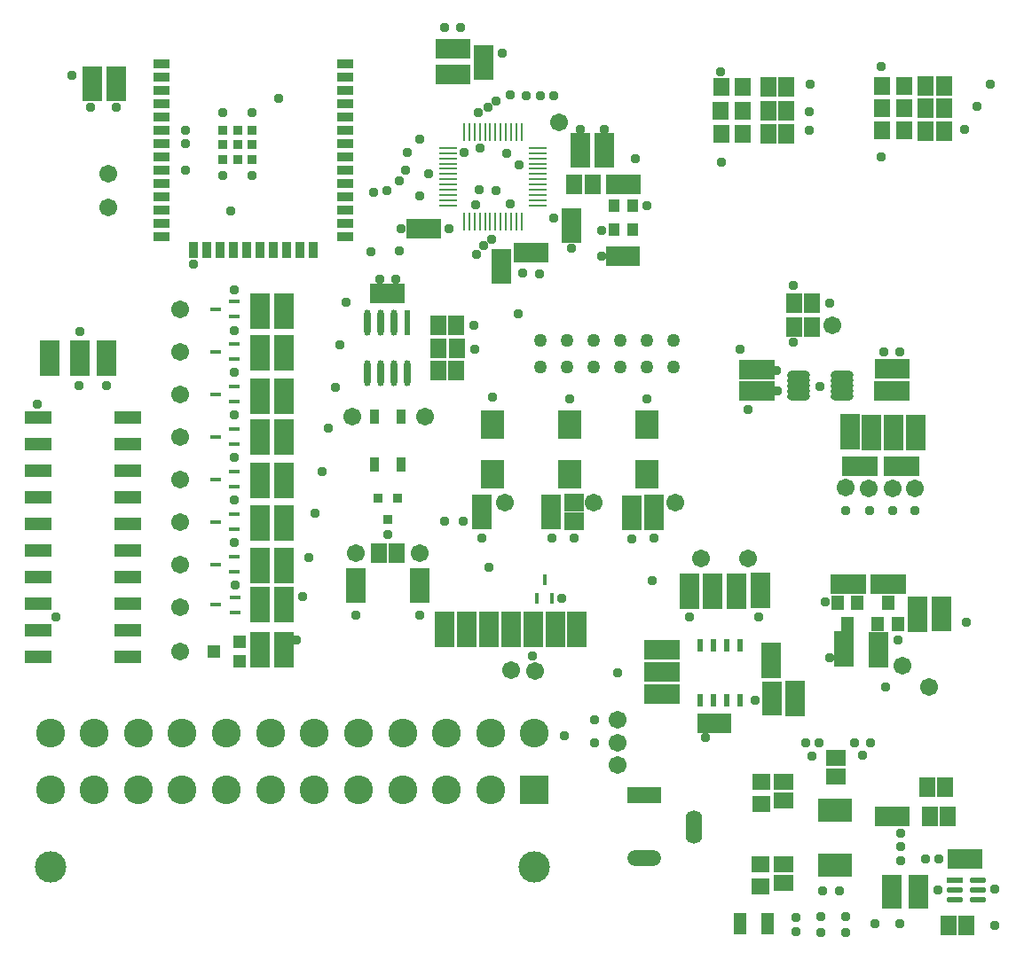
<source format=gts>
G04*
G04 #@! TF.GenerationSoftware,Altium Limited,Altium Designer,24.6.1 (21)*
G04*
G04 Layer_Color=8388736*
%FSLAX44Y44*%
%MOMM*%
G71*
G04*
G04 #@! TF.SameCoordinates,533720E8-7120-4541-8755-C975A74632B4*
G04*
G04*
G04 #@! TF.FilePolarity,Negative*
G04*
G01*
G75*
%ADD19R,1.6080X1.8080*%
%ADD20R,0.2794X1.7780*%
%ADD21R,1.7780X0.2794*%
%ADD22O,2.2080X0.8080*%
%ADD23R,0.9000X0.9000*%
%ADD24R,0.9000X1.5000*%
%ADD25R,1.5000X0.9000*%
%ADD26R,1.8580X1.7080*%
%ADD27R,2.5654X1.2700*%
%ADD28R,1.7080X1.8580*%
%ADD29R,1.8080X1.9580*%
%ADD30R,0.9000X1.3500*%
%ADD31R,1.9580X1.8080*%
%ADD32R,1.6080X1.9580*%
%ADD33R,1.9580X1.6080*%
%ADD34R,1.1430X2.0320*%
%ADD35R,3.3000X2.3000*%
%ADD36R,1.1176X0.4572*%
G04:AMPARAMS|DCode=37|XSize=1.5544mm|YSize=0.5721mm|CornerRadius=0.2861mm|HoleSize=0mm|Usage=FLASHONLY|Rotation=0.000|XOffset=0mm|YOffset=0mm|HoleType=Round|Shape=RoundedRectangle|*
%AMROUNDEDRECTD37*
21,1,1.5544,0.0000,0,0,0.0*
21,1,0.9823,0.5721,0,0,0.0*
1,1,0.5721,0.4911,0.0000*
1,1,0.5721,-0.4911,0.0000*
1,1,0.5721,-0.4911,0.0000*
1,1,0.5721,0.4911,0.0000*
%
%ADD37ROUNDEDRECTD37*%
%ADD38R,1.5544X0.5721*%
%ADD39R,0.4572X1.1176*%
%ADD40R,2.2000X2.8000*%
%ADD41R,0.8500X0.8500*%
%ADD42R,0.6221X2.4692*%
G04:AMPARAMS|DCode=43|XSize=2.4692mm|YSize=0.6221mm|CornerRadius=0.3111mm|HoleSize=0mm|Usage=FLASHONLY|Rotation=270.000|XOffset=0mm|YOffset=0mm|HoleType=Round|Shape=RoundedRectangle|*
%AMROUNDEDRECTD43*
21,1,2.4692,0.0000,0,0,270.0*
21,1,1.8470,0.6221,0,0,270.0*
1,1,0.6221,0.0000,-0.9235*
1,1,0.6221,0.0000,0.9235*
1,1,0.6221,0.0000,0.9235*
1,1,0.6221,0.0000,-0.9235*
%
%ADD43ROUNDEDRECTD43*%
%ADD44R,1.0500X1.3000*%
%ADD45R,1.8080X1.6080*%
%ADD46R,0.4826X1.2573*%
%ADD47R,1.3080X1.4080*%
%ADD48R,1.3080X1.3080*%
%ADD49C,1.7080*%
%ADD50C,2.7500*%
%ADD51R,2.7500X2.7500*%
%ADD52C,3.0000*%
%ADD53C,1.2700*%
%ADD54R,3.2000X1.6000*%
G04:AMPARAMS|DCode=55|XSize=3.2mm|YSize=1.6mm|CornerRadius=0.8mm|HoleSize=0mm|Usage=FLASHONLY|Rotation=180.000|XOffset=0mm|YOffset=0mm|HoleType=Round|Shape=RoundedRectangle|*
%AMROUNDEDRECTD55*
21,1,3.2000,0.0000,0,0,180.0*
21,1,1.6000,1.6000,0,0,180.0*
1,1,1.6000,-0.8000,0.0000*
1,1,1.6000,0.8000,0.0000*
1,1,1.6000,0.8000,0.0000*
1,1,1.6000,-0.8000,0.0000*
%
%ADD55ROUNDEDRECTD55*%
G04:AMPARAMS|DCode=56|XSize=1.6mm|YSize=3.2mm|CornerRadius=0.8mm|HoleSize=0mm|Usage=FLASHONLY|Rotation=180.000|XOffset=0mm|YOffset=0mm|HoleType=Round|Shape=RoundedRectangle|*
%AMROUNDEDRECTD56*
21,1,1.6000,1.6000,0,0,180.0*
21,1,0.0000,3.2000,0,0,180.0*
1,1,1.6000,0.0000,0.8000*
1,1,1.6000,0.0000,0.8000*
1,1,1.6000,0.0000,-0.8000*
1,1,1.6000,0.0000,-0.8000*
%
%ADD56ROUNDEDRECTD56*%
%ADD57C,0.9580*%
D19*
X1455912Y1029186D02*
D03*
X1476912D02*
D03*
X1476912Y1073579D02*
D03*
X1455912D02*
D03*
X1476789Y1051329D02*
D03*
X1455789D02*
D03*
X1630512Y1032087D02*
D03*
X1609512D02*
D03*
X1630512Y1053486D02*
D03*
X1609512D02*
D03*
X1630512Y1074829D02*
D03*
X1609512D02*
D03*
D20*
X1265750Y945388D02*
D03*
X1260750D02*
D03*
X1255750D02*
D03*
X1250750D02*
D03*
X1245750D02*
D03*
X1240750D02*
D03*
X1235750D02*
D03*
X1230750D02*
D03*
X1225750D02*
D03*
X1220750D02*
D03*
X1215750D02*
D03*
X1210750D02*
D03*
Y1030732D02*
D03*
X1215750D02*
D03*
X1220750D02*
D03*
X1225750D02*
D03*
X1230750D02*
D03*
X1235750D02*
D03*
X1240750D02*
D03*
X1245750D02*
D03*
X1250750D02*
D03*
X1255750D02*
D03*
X1260750D02*
D03*
X1265750D02*
D03*
D21*
X1195578Y960560D02*
D03*
Y965560D02*
D03*
Y970560D02*
D03*
Y975560D02*
D03*
Y980560D02*
D03*
Y985560D02*
D03*
Y990560D02*
D03*
Y995560D02*
D03*
Y1000560D02*
D03*
Y1005560D02*
D03*
Y1010560D02*
D03*
Y1015560D02*
D03*
X1280922D02*
D03*
Y1010560D02*
D03*
Y1005560D02*
D03*
Y1000560D02*
D03*
Y995560D02*
D03*
Y990560D02*
D03*
Y985560D02*
D03*
Y980560D02*
D03*
Y975560D02*
D03*
Y970560D02*
D03*
Y965560D02*
D03*
Y960560D02*
D03*
D22*
X1530170Y798670D02*
D03*
Y793670D02*
D03*
Y788670D02*
D03*
Y783670D02*
D03*
X1571170Y798670D02*
D03*
Y793670D02*
D03*
Y778670D02*
D03*
Y783670D02*
D03*
Y788670D02*
D03*
X1530170Y778670D02*
D03*
D23*
X1008650Y1004610D02*
D03*
X994650D02*
D03*
X980650D02*
D03*
X1008650Y1018610D02*
D03*
X994650D02*
D03*
X980650D02*
D03*
X1008650Y1032610D02*
D03*
X994650D02*
D03*
X980650D02*
D03*
D24*
X1066800Y918210D02*
D03*
X1054100D02*
D03*
X1041400D02*
D03*
X1028700D02*
D03*
X1016000D02*
D03*
X1003300D02*
D03*
X990600D02*
D03*
X977900D02*
D03*
X965200D02*
D03*
X952500D02*
D03*
D25*
X1097150Y1095810D02*
D03*
Y1083110D02*
D03*
Y1070410D02*
D03*
Y1057710D02*
D03*
Y1045010D02*
D03*
Y1032310D02*
D03*
Y1019610D02*
D03*
Y1006910D02*
D03*
Y994210D02*
D03*
Y981510D02*
D03*
Y968810D02*
D03*
Y956110D02*
D03*
Y943410D02*
D03*
Y930710D02*
D03*
X922150D02*
D03*
Y943410D02*
D03*
Y956110D02*
D03*
Y968810D02*
D03*
Y981510D02*
D03*
Y994210D02*
D03*
Y1006910D02*
D03*
Y1019610D02*
D03*
Y1032310D02*
D03*
Y1045010D02*
D03*
Y1057710D02*
D03*
Y1070410D02*
D03*
Y1083110D02*
D03*
Y1095810D02*
D03*
D26*
X1599309Y735419D02*
D03*
Y752419D02*
D03*
X1578859Y735955D02*
D03*
Y752955D02*
D03*
X1641732Y735342D02*
D03*
Y752342D02*
D03*
X1620448Y735342D02*
D03*
Y752342D02*
D03*
X1606489Y527416D02*
D03*
Y544416D02*
D03*
X1016000Y587620D02*
D03*
Y570620D02*
D03*
X1038860Y625330D02*
D03*
Y608330D02*
D03*
X1016000Y665671D02*
D03*
Y648671D02*
D03*
X1038860Y665671D02*
D03*
Y648671D02*
D03*
X1016000Y608330D02*
D03*
Y625330D02*
D03*
X1038860Y706120D02*
D03*
Y689120D02*
D03*
X1016000Y706120D02*
D03*
Y689120D02*
D03*
X1038860Y747640D02*
D03*
Y730640D02*
D03*
Y587620D02*
D03*
Y570620D02*
D03*
X1016000Y747640D02*
D03*
Y730640D02*
D03*
X1038860Y544882D02*
D03*
Y527882D02*
D03*
X1016000Y544882D02*
D03*
Y527882D02*
D03*
X1038860Y867931D02*
D03*
Y850931D02*
D03*
Y828035D02*
D03*
Y811035D02*
D03*
X1016000Y828035D02*
D03*
Y811035D02*
D03*
Y867931D02*
D03*
Y850931D02*
D03*
Y786620D02*
D03*
Y769620D02*
D03*
X1038860Y786620D02*
D03*
Y769620D02*
D03*
X1276604Y564453D02*
D03*
Y547453D02*
D03*
X1255714Y564453D02*
D03*
Y547453D02*
D03*
X1234580Y564372D02*
D03*
Y547372D02*
D03*
X1213609Y564453D02*
D03*
Y547453D02*
D03*
X1192148Y564454D02*
D03*
Y547453D02*
D03*
X1318386Y547331D02*
D03*
Y564331D02*
D03*
X1297724Y547365D02*
D03*
Y564366D02*
D03*
X1392341Y659002D02*
D03*
Y676002D02*
D03*
X1315668Y659392D02*
D03*
Y676392D02*
D03*
X1526618Y481128D02*
D03*
Y498128D02*
D03*
X1573530Y528710D02*
D03*
Y545710D02*
D03*
X1643380Y561730D02*
D03*
Y578730D02*
D03*
X1503680Y534280D02*
D03*
Y517280D02*
D03*
X1470660Y600710D02*
D03*
Y583710D02*
D03*
X1426210Y600710D02*
D03*
Y583710D02*
D03*
X1447800Y583320D02*
D03*
Y600320D02*
D03*
X1493520Y584200D02*
D03*
Y601200D02*
D03*
X815340Y823450D02*
D03*
Y806450D02*
D03*
X870010Y823450D02*
D03*
Y806450D02*
D03*
X844035Y823450D02*
D03*
Y806450D02*
D03*
D27*
X804090Y529590D02*
D03*
Y554990D02*
D03*
Y580390D02*
D03*
Y605790D02*
D03*
Y631190D02*
D03*
Y656590D02*
D03*
Y681990D02*
D03*
Y707390D02*
D03*
Y732790D02*
D03*
Y758190D02*
D03*
X890090D02*
D03*
Y732790D02*
D03*
Y707390D02*
D03*
Y681990D02*
D03*
Y656590D02*
D03*
Y631190D02*
D03*
Y605790D02*
D03*
Y580390D02*
D03*
Y554990D02*
D03*
Y529590D02*
D03*
D28*
X1580270Y711200D02*
D03*
X1597270D02*
D03*
X1619640D02*
D03*
X1636640D02*
D03*
X1498600Y803910D02*
D03*
X1481600D02*
D03*
X1498706Y783072D02*
D03*
X1481706D02*
D03*
X1610750Y783590D02*
D03*
X1627750D02*
D03*
X1585586Y598890D02*
D03*
X1568586D02*
D03*
X1391040Y494030D02*
D03*
X1408040D02*
D03*
X1391040Y514740D02*
D03*
X1408040D02*
D03*
Y535940D02*
D03*
X1391040D02*
D03*
X1606686Y598890D02*
D03*
X1623686D02*
D03*
D29*
X1145920Y876300D02*
D03*
X1129920D02*
D03*
X1370370Y911869D02*
D03*
X1354370D02*
D03*
X1627250Y377190D02*
D03*
X1611250D02*
D03*
X1611358Y804780D02*
D03*
X1627358D02*
D03*
X1370710Y980440D02*
D03*
X1354710D02*
D03*
X1164210Y938530D02*
D03*
X1180210D02*
D03*
X1267080Y915670D02*
D03*
X1283080D02*
D03*
X1208530Y1109980D02*
D03*
X1192530D02*
D03*
X1208150Y1085850D02*
D03*
X1192150D02*
D03*
X1697084Y336467D02*
D03*
X1681084D02*
D03*
X1441541Y465797D02*
D03*
X1457540D02*
D03*
D30*
X1150706Y758729D02*
D03*
X1125706D02*
D03*
Y713229D02*
D03*
X1150706D02*
D03*
D31*
X1322070Y1021460D02*
D03*
Y1005460D02*
D03*
X878576Y1068960D02*
D03*
Y1084960D02*
D03*
X855980Y1068960D02*
D03*
Y1084960D02*
D03*
X1370813Y659409D02*
D03*
Y675409D02*
D03*
X1294130Y660020D02*
D03*
Y676020D02*
D03*
X1228090Y659640D02*
D03*
Y675640D02*
D03*
X1168543Y589800D02*
D03*
Y605800D02*
D03*
X1107777Y589790D02*
D03*
Y605790D02*
D03*
X1246221Y894134D02*
D03*
Y910134D02*
D03*
X1229360Y1105280D02*
D03*
Y1089280D02*
D03*
X1344930Y1005460D02*
D03*
Y1021460D02*
D03*
X1313180Y933070D02*
D03*
Y949070D02*
D03*
X1504406Y481628D02*
D03*
Y497628D02*
D03*
X1666240Y562230D02*
D03*
Y578230D02*
D03*
X1618836Y297087D02*
D03*
Y313087D02*
D03*
X1644027Y297087D02*
D03*
Y313087D02*
D03*
D32*
X1672730Y273050D02*
D03*
X1690230D02*
D03*
X1146706Y628650D02*
D03*
X1129206D02*
D03*
X1186109Y824310D02*
D03*
X1203609D02*
D03*
X1185969Y802720D02*
D03*
X1203469D02*
D03*
X1203497Y846531D02*
D03*
X1185997D02*
D03*
X1525550Y867410D02*
D03*
X1543050D02*
D03*
X1542910Y844277D02*
D03*
X1525410D02*
D03*
X1500812Y1073579D02*
D03*
X1518312D02*
D03*
X1500812Y1050986D02*
D03*
X1518312D02*
D03*
X1500786Y1029382D02*
D03*
X1518286D02*
D03*
X1651298Y1031686D02*
D03*
X1668798D02*
D03*
X1651339Y1053544D02*
D03*
X1668839D02*
D03*
X1651230Y1074649D02*
D03*
X1668730D02*
D03*
X1333360Y980440D02*
D03*
X1315860D02*
D03*
X1672450Y377190D02*
D03*
X1654950D02*
D03*
X1669910Y405130D02*
D03*
X1652410D02*
D03*
D33*
X1565910Y432930D02*
D03*
Y415430D02*
D03*
X1515474Y409871D02*
D03*
Y392371D02*
D03*
Y331418D02*
D03*
Y313918D02*
D03*
D34*
X1473835Y274320D02*
D03*
X1500505D02*
D03*
D35*
X1564640Y383370D02*
D03*
Y330370D02*
D03*
D36*
X991870Y610870D02*
D03*
Y624840D02*
D03*
X973836Y617855D02*
D03*
X991870Y692150D02*
D03*
Y706120D02*
D03*
X973836Y699135D02*
D03*
X973963Y579120D02*
D03*
X991997Y586105D02*
D03*
Y572135D02*
D03*
X991870Y651510D02*
D03*
Y665480D02*
D03*
X973836Y658495D02*
D03*
Y739775D02*
D03*
X991870Y746760D02*
D03*
Y732790D02*
D03*
X973836Y780415D02*
D03*
X991870Y787400D02*
D03*
Y773430D02*
D03*
X973836Y861695D02*
D03*
X991870Y868680D02*
D03*
Y854710D02*
D03*
X973836Y821055D02*
D03*
X991870Y828040D02*
D03*
Y814070D02*
D03*
D37*
X1700894Y316097D02*
D03*
Y306597D02*
D03*
Y297097D02*
D03*
X1678889D02*
D03*
Y306597D02*
D03*
D38*
Y316097D02*
D03*
D39*
X1280443Y584953D02*
D03*
X1294413D02*
D03*
X1287428Y602987D02*
D03*
D40*
X1385570Y703580D02*
D03*
Y751580D02*
D03*
X1311910Y703580D02*
D03*
Y751580D02*
D03*
X1238250Y703580D02*
D03*
Y751580D02*
D03*
D41*
X1147706Y680767D02*
D03*
X1128706D02*
D03*
X1138206Y660767D02*
D03*
D42*
X1156970Y848372D02*
D03*
D43*
X1144270D02*
D03*
X1131570D02*
D03*
X1118870D02*
D03*
Y800100D02*
D03*
X1131570D02*
D03*
X1144270D02*
D03*
X1156970D02*
D03*
D44*
X1371460Y937190D02*
D03*
Y960190D02*
D03*
X1353960D02*
D03*
Y937190D02*
D03*
D45*
X1494442Y409687D02*
D03*
Y388687D02*
D03*
X1493520Y331470D02*
D03*
Y310470D02*
D03*
D46*
X1474470Y540575D02*
D03*
X1461770D02*
D03*
X1449070D02*
D03*
X1436370D02*
D03*
Y488125D02*
D03*
X1449070D02*
D03*
X1461770D02*
D03*
X1474470D02*
D03*
D47*
X1615186Y581110D02*
D03*
X1624686Y561110D02*
D03*
X1605686D02*
D03*
X1576476D02*
D03*
X1566976Y581110D02*
D03*
X1585976D02*
D03*
D48*
X996250Y525170D02*
D03*
Y544170D02*
D03*
X972250Y534670D02*
D03*
D49*
X1562100Y845820D02*
D03*
X1301750Y1040130D02*
D03*
X1619358Y690535D02*
D03*
X1597114D02*
D03*
X1574800Y690880D02*
D03*
X1640522Y690133D02*
D03*
X1629410Y520700D02*
D03*
X1256030Y516890D02*
D03*
X1278890Y515620D02*
D03*
X1654810Y500380D02*
D03*
X1481604Y623439D02*
D03*
X1437087Y623439D02*
D03*
X871220Y959066D02*
D03*
Y990600D02*
D03*
X939847Y861695D02*
D03*
Y821055D02*
D03*
Y534670D02*
D03*
Y699135D02*
D03*
Y658495D02*
D03*
Y577215D02*
D03*
Y617855D02*
D03*
Y780415D02*
D03*
Y739775D02*
D03*
X1249680Y676910D02*
D03*
X1334770D02*
D03*
X1412240D02*
D03*
X1107777Y628650D02*
D03*
X1168400D02*
D03*
X1103966Y758850D02*
D03*
X1173930D02*
D03*
X1357200Y447179D02*
D03*
Y426374D02*
D03*
Y469387D02*
D03*
D50*
X815971Y457067D02*
D03*
X857971D02*
D03*
X899971D02*
D03*
X941971D02*
D03*
X983971D02*
D03*
X1025971D02*
D03*
X1067971D02*
D03*
X1109971D02*
D03*
X1151971D02*
D03*
X1193971D02*
D03*
X1235971D02*
D03*
X1277971D02*
D03*
X815971Y402067D02*
D03*
X857971D02*
D03*
X899971D02*
D03*
X941971D02*
D03*
X983971D02*
D03*
X1025971D02*
D03*
X1067971D02*
D03*
X1109971D02*
D03*
X1151971D02*
D03*
X1193971D02*
D03*
X1235971D02*
D03*
D51*
X1277971D02*
D03*
D52*
X815971Y329067D02*
D03*
X1277971D02*
D03*
D53*
X1283970Y806450D02*
D03*
Y831850D02*
D03*
X1309370Y806450D02*
D03*
Y831850D02*
D03*
X1334770Y806450D02*
D03*
Y831850D02*
D03*
X1360170Y806450D02*
D03*
Y831850D02*
D03*
X1385570Y806450D02*
D03*
Y831850D02*
D03*
X1410970Y806450D02*
D03*
Y831850D02*
D03*
D54*
X1382970Y397221D02*
D03*
D55*
Y337221D02*
D03*
D56*
X1429970Y367221D02*
D03*
D57*
X1263650Y999490D02*
D03*
X1225179Y975654D02*
D03*
X1241260Y975178D02*
D03*
X1254737Y962303D02*
D03*
X1717040Y273050D02*
D03*
Y307340D02*
D03*
X1426210Y567690D02*
D03*
X1492250D02*
D03*
X1276289Y530682D02*
D03*
X1138300Y646438D02*
D03*
X1168693Y569140D02*
D03*
X1107515Y568859D02*
D03*
X1624832Y545333D02*
D03*
X1690209Y562749D02*
D03*
X1370440Y642123D02*
D03*
X1392040Y642868D02*
D03*
X1315880Y643148D02*
D03*
X1294280Y642961D02*
D03*
X1550670Y787400D02*
D03*
X1220584Y823485D02*
D03*
X1219822Y846263D02*
D03*
X1210310Y659130D02*
D03*
X1456071Y1001709D02*
D03*
X1374435Y1005307D02*
D03*
X1662532Y306466D02*
D03*
X1192530Y1130300D02*
D03*
X1207770D02*
D03*
X1262356Y857390D02*
D03*
X1282948Y895121D02*
D03*
X1266840Y895800D02*
D03*
X1008380Y989330D02*
D03*
X1296670Y1065530D02*
D03*
X1241245Y1060368D02*
D03*
X1233830Y1054328D02*
D03*
X1254443Y1065931D02*
D03*
X1224280Y1049419D02*
D03*
X1236980Y928370D02*
D03*
X1168826Y969741D02*
D03*
X1196340Y938530D02*
D03*
X1136868Y974480D02*
D03*
X1124402Y973528D02*
D03*
X1121757Y916619D02*
D03*
X1098251Y868334D02*
D03*
X1092437Y827207D02*
D03*
X1087700Y786512D02*
D03*
X1081241Y748185D02*
D03*
X1075212Y706198D02*
D03*
X1068967Y666579D02*
D03*
X1062929Y624454D02*
D03*
X1050929Y545878D02*
D03*
X1056640Y586740D02*
D03*
X1177247Y991055D02*
D03*
X1149221Y916812D02*
D03*
X1455420Y1088490D02*
D03*
X1247140Y1106070D02*
D03*
X1210770Y1011300D02*
D03*
X1225762Y1015464D02*
D03*
X1251109Y1010205D02*
D03*
X988060Y955040D02*
D03*
X1540557Y1032510D02*
D03*
X1540869Y1076073D02*
D03*
X944880Y994410D02*
D03*
Y1019810D02*
D03*
X1540510Y1050290D02*
D03*
X1033780Y1062990D02*
D03*
X944880Y1032510D02*
D03*
X1609090Y1007110D02*
D03*
Y1093470D02*
D03*
X1509206Y802790D02*
D03*
X1510030Y783590D02*
D03*
X1525307Y829916D02*
D03*
X1474470Y822960D02*
D03*
X1712845Y1076632D02*
D03*
X1700367Y1055186D02*
D03*
X1688594Y1033339D02*
D03*
X1322070Y1033150D02*
D03*
X1344930D02*
D03*
X1283970Y1065530D02*
D03*
X1221740Y961390D02*
D03*
X1313180Y919480D02*
D03*
X1342173Y912020D02*
D03*
X1150620Y938530D02*
D03*
X1222468Y913858D02*
D03*
X1229622Y922317D02*
D03*
X1149149Y984250D02*
D03*
X1154669Y994294D02*
D03*
X1168400Y1023620D02*
D03*
X1156970Y1010920D02*
D03*
X1385500Y960190D02*
D03*
X1296670Y948690D02*
D03*
X1342324Y937123D02*
D03*
X1525270Y883920D02*
D03*
X1482090Y765810D02*
D03*
X1611630Y820420D02*
D03*
X1390650Y601980D02*
D03*
X1238250Y777240D02*
D03*
X1234440Y614680D02*
D03*
X1192530Y659130D02*
D03*
X1228090Y642620D02*
D03*
X869950Y788670D02*
D03*
X843581Y788536D02*
D03*
X844521Y840436D02*
D03*
X1441450Y452750D02*
D03*
X1640610Y669130D02*
D03*
X1619567Y668757D02*
D03*
X1597901Y669130D02*
D03*
X1575238D02*
D03*
X1536700Y447040D02*
D03*
X1583690D02*
D03*
X1598930D02*
D03*
X1549400D02*
D03*
X1357630Y514350D02*
D03*
X1591310Y435610D02*
D03*
X1145540Y890270D02*
D03*
X1130300D02*
D03*
X878840Y1054100D02*
D03*
X854710D02*
D03*
X836930Y1084580D02*
D03*
X1559560Y528320D02*
D03*
X1550796Y281221D02*
D03*
X1550860Y266532D02*
D03*
X1574969Y281422D02*
D03*
X1574990Y266532D02*
D03*
X1602428Y274891D02*
D03*
X1626558D02*
D03*
X1527810Y266700D02*
D03*
X1527525Y280619D02*
D03*
X1488440Y487680D02*
D03*
X821690Y567690D02*
D03*
X1612900Y500380D02*
D03*
X1335214Y469424D02*
D03*
X1542760Y434700D02*
D03*
X1555750Y581660D02*
D03*
X1626870Y820420D02*
D03*
X1559560Y867410D02*
D03*
X1270000Y1065530D02*
D03*
X980440Y1049020D02*
D03*
X1008380D02*
D03*
X980440Y989330D02*
D03*
X1304290Y585470D02*
D03*
X991997Y598043D02*
D03*
X991870Y638810D02*
D03*
Y679450D02*
D03*
Y720090D02*
D03*
Y760730D02*
D03*
Y801370D02*
D03*
Y840740D02*
D03*
Y880110D02*
D03*
X1334909Y447179D02*
D03*
X1306440Y453780D02*
D03*
X803853Y770738D02*
D03*
X1311910Y775970D02*
D03*
X1385582Y776098D02*
D03*
X952500Y904240D02*
D03*
X1627693Y334407D02*
D03*
Y361077D02*
D03*
X1663700Y336550D02*
D03*
X1627693Y348377D02*
D03*
X1569273Y306046D02*
D03*
X1651421Y336550D02*
D03*
X1553037Y305899D02*
D03*
M02*

</source>
